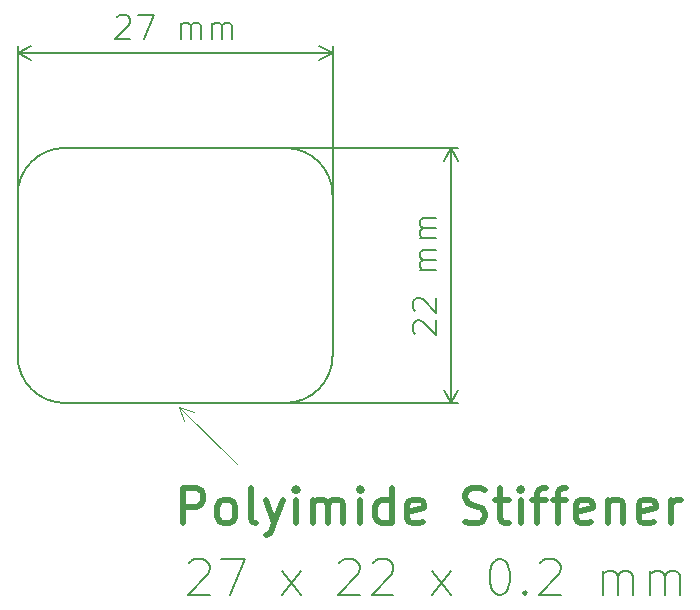
<source format=gbr>
%TF.GenerationSoftware,KiCad,Pcbnew,7.0.6*%
%TF.CreationDate,2023-10-24T13:48:36+00:00*%
%TF.ProjectId,HeatedBedFoil,48656174-6564-4426-9564-466f696c2e6b,rev?*%
%TF.SameCoordinates,Original*%
%TF.FileFunction,Other,User*%
%FSLAX46Y46*%
G04 Gerber Fmt 4.6, Leading zero omitted, Abs format (unit mm)*
G04 Created by KiCad (PCBNEW 7.0.6) date 2023-10-24 13:48:36*
%MOMM*%
%LPD*%
G01*
G04 APERTURE LIST*
%ADD10C,0.150000*%
%ADD11C,0.500000*%
%ADD12C,0.100000*%
G04 APERTURE END LIST*
D10*
X181370112Y-75610771D02*
X181512969Y-75467914D01*
X181512969Y-75467914D02*
X181798684Y-75325057D01*
X181798684Y-75325057D02*
X182512969Y-75325057D01*
X182512969Y-75325057D02*
X182798684Y-75467914D01*
X182798684Y-75467914D02*
X182941541Y-75610771D01*
X182941541Y-75610771D02*
X183084398Y-75896485D01*
X183084398Y-75896485D02*
X183084398Y-76182200D01*
X183084398Y-76182200D02*
X182941541Y-76610771D01*
X182941541Y-76610771D02*
X181227255Y-78325057D01*
X181227255Y-78325057D02*
X183084398Y-78325057D01*
X184084398Y-75325057D02*
X186084398Y-75325057D01*
X186084398Y-75325057D02*
X184798684Y-78325057D01*
X189227255Y-78325057D02*
X190798684Y-76325057D01*
X189227255Y-76325057D02*
X190798684Y-78325057D01*
X194084397Y-75610771D02*
X194227254Y-75467914D01*
X194227254Y-75467914D02*
X194512969Y-75325057D01*
X194512969Y-75325057D02*
X195227254Y-75325057D01*
X195227254Y-75325057D02*
X195512969Y-75467914D01*
X195512969Y-75467914D02*
X195655826Y-75610771D01*
X195655826Y-75610771D02*
X195798683Y-75896485D01*
X195798683Y-75896485D02*
X195798683Y-76182200D01*
X195798683Y-76182200D02*
X195655826Y-76610771D01*
X195655826Y-76610771D02*
X193941540Y-78325057D01*
X193941540Y-78325057D02*
X195798683Y-78325057D01*
X196941540Y-75610771D02*
X197084397Y-75467914D01*
X197084397Y-75467914D02*
X197370112Y-75325057D01*
X197370112Y-75325057D02*
X198084397Y-75325057D01*
X198084397Y-75325057D02*
X198370112Y-75467914D01*
X198370112Y-75467914D02*
X198512969Y-75610771D01*
X198512969Y-75610771D02*
X198655826Y-75896485D01*
X198655826Y-75896485D02*
X198655826Y-76182200D01*
X198655826Y-76182200D02*
X198512969Y-76610771D01*
X198512969Y-76610771D02*
X196798683Y-78325057D01*
X196798683Y-78325057D02*
X198655826Y-78325057D01*
X201941540Y-78325057D02*
X203512969Y-76325057D01*
X201941540Y-76325057D02*
X203512969Y-78325057D01*
X207512968Y-75325057D02*
X207798682Y-75325057D01*
X207798682Y-75325057D02*
X208084396Y-75467914D01*
X208084396Y-75467914D02*
X208227254Y-75610771D01*
X208227254Y-75610771D02*
X208370111Y-75896485D01*
X208370111Y-75896485D02*
X208512968Y-76467914D01*
X208512968Y-76467914D02*
X208512968Y-77182200D01*
X208512968Y-77182200D02*
X208370111Y-77753628D01*
X208370111Y-77753628D02*
X208227254Y-78039342D01*
X208227254Y-78039342D02*
X208084396Y-78182200D01*
X208084396Y-78182200D02*
X207798682Y-78325057D01*
X207798682Y-78325057D02*
X207512968Y-78325057D01*
X207512968Y-78325057D02*
X207227254Y-78182200D01*
X207227254Y-78182200D02*
X207084396Y-78039342D01*
X207084396Y-78039342D02*
X206941539Y-77753628D01*
X206941539Y-77753628D02*
X206798682Y-77182200D01*
X206798682Y-77182200D02*
X206798682Y-76467914D01*
X206798682Y-76467914D02*
X206941539Y-75896485D01*
X206941539Y-75896485D02*
X207084396Y-75610771D01*
X207084396Y-75610771D02*
X207227254Y-75467914D01*
X207227254Y-75467914D02*
X207512968Y-75325057D01*
X209798682Y-78039342D02*
X209941539Y-78182200D01*
X209941539Y-78182200D02*
X209798682Y-78325057D01*
X209798682Y-78325057D02*
X209655825Y-78182200D01*
X209655825Y-78182200D02*
X209798682Y-78039342D01*
X209798682Y-78039342D02*
X209798682Y-78325057D01*
X211084396Y-75610771D02*
X211227253Y-75467914D01*
X211227253Y-75467914D02*
X211512968Y-75325057D01*
X211512968Y-75325057D02*
X212227253Y-75325057D01*
X212227253Y-75325057D02*
X212512968Y-75467914D01*
X212512968Y-75467914D02*
X212655825Y-75610771D01*
X212655825Y-75610771D02*
X212798682Y-75896485D01*
X212798682Y-75896485D02*
X212798682Y-76182200D01*
X212798682Y-76182200D02*
X212655825Y-76610771D01*
X212655825Y-76610771D02*
X210941539Y-78325057D01*
X210941539Y-78325057D02*
X212798682Y-78325057D01*
X216370110Y-78325057D02*
X216370110Y-76325057D01*
X216370110Y-76610771D02*
X216512967Y-76467914D01*
X216512967Y-76467914D02*
X216798682Y-76325057D01*
X216798682Y-76325057D02*
X217227253Y-76325057D01*
X217227253Y-76325057D02*
X217512967Y-76467914D01*
X217512967Y-76467914D02*
X217655825Y-76753628D01*
X217655825Y-76753628D02*
X217655825Y-78325057D01*
X217655825Y-76753628D02*
X217798682Y-76467914D01*
X217798682Y-76467914D02*
X218084396Y-76325057D01*
X218084396Y-76325057D02*
X218512967Y-76325057D01*
X218512967Y-76325057D02*
X218798682Y-76467914D01*
X218798682Y-76467914D02*
X218941539Y-76753628D01*
X218941539Y-76753628D02*
X218941539Y-78325057D01*
X220370110Y-78325057D02*
X220370110Y-76325057D01*
X220370110Y-76610771D02*
X220512967Y-76467914D01*
X220512967Y-76467914D02*
X220798682Y-76325057D01*
X220798682Y-76325057D02*
X221227253Y-76325057D01*
X221227253Y-76325057D02*
X221512967Y-76467914D01*
X221512967Y-76467914D02*
X221655825Y-76753628D01*
X221655825Y-76753628D02*
X221655825Y-78325057D01*
X221655825Y-76753628D02*
X221798682Y-76467914D01*
X221798682Y-76467914D02*
X222084396Y-76325057D01*
X222084396Y-76325057D02*
X222512967Y-76325057D01*
X222512967Y-76325057D02*
X222798682Y-76467914D01*
X222798682Y-76467914D02*
X222941539Y-76753628D01*
X222941539Y-76753628D02*
X222941539Y-78325057D01*
X200457914Y-56257381D02*
X200362676Y-56162143D01*
X200362676Y-56162143D02*
X200267438Y-55971667D01*
X200267438Y-55971667D02*
X200267438Y-55495476D01*
X200267438Y-55495476D02*
X200362676Y-55305000D01*
X200362676Y-55305000D02*
X200457914Y-55209762D01*
X200457914Y-55209762D02*
X200648390Y-55114524D01*
X200648390Y-55114524D02*
X200838866Y-55114524D01*
X200838866Y-55114524D02*
X201124580Y-55209762D01*
X201124580Y-55209762D02*
X202267438Y-56352619D01*
X202267438Y-56352619D02*
X202267438Y-55114524D01*
X200457914Y-54352619D02*
X200362676Y-54257381D01*
X200362676Y-54257381D02*
X200267438Y-54066905D01*
X200267438Y-54066905D02*
X200267438Y-53590714D01*
X200267438Y-53590714D02*
X200362676Y-53400238D01*
X200362676Y-53400238D02*
X200457914Y-53305000D01*
X200457914Y-53305000D02*
X200648390Y-53209762D01*
X200648390Y-53209762D02*
X200838866Y-53209762D01*
X200838866Y-53209762D02*
X201124580Y-53305000D01*
X201124580Y-53305000D02*
X202267438Y-54447857D01*
X202267438Y-54447857D02*
X202267438Y-53209762D01*
X202267438Y-50828809D02*
X200934104Y-50828809D01*
X201124580Y-50828809D02*
X201029342Y-50733571D01*
X201029342Y-50733571D02*
X200934104Y-50543095D01*
X200934104Y-50543095D02*
X200934104Y-50257380D01*
X200934104Y-50257380D02*
X201029342Y-50066904D01*
X201029342Y-50066904D02*
X201219819Y-49971666D01*
X201219819Y-49971666D02*
X202267438Y-49971666D01*
X201219819Y-49971666D02*
X201029342Y-49876428D01*
X201029342Y-49876428D02*
X200934104Y-49685952D01*
X200934104Y-49685952D02*
X200934104Y-49400238D01*
X200934104Y-49400238D02*
X201029342Y-49209761D01*
X201029342Y-49209761D02*
X201219819Y-49114523D01*
X201219819Y-49114523D02*
X202267438Y-49114523D01*
X202267438Y-48162142D02*
X200934104Y-48162142D01*
X201124580Y-48162142D02*
X201029342Y-48066904D01*
X201029342Y-48066904D02*
X200934104Y-47876428D01*
X200934104Y-47876428D02*
X200934104Y-47590713D01*
X200934104Y-47590713D02*
X201029342Y-47400237D01*
X201029342Y-47400237D02*
X201219819Y-47304999D01*
X201219819Y-47304999D02*
X202267438Y-47304999D01*
X201219819Y-47304999D02*
X201029342Y-47209761D01*
X201029342Y-47209761D02*
X200934104Y-47019285D01*
X200934104Y-47019285D02*
X200934104Y-46733571D01*
X200934104Y-46733571D02*
X201029342Y-46543094D01*
X201029342Y-46543094D02*
X201219819Y-46447856D01*
X201219819Y-46447856D02*
X202267438Y-46447856D01*
X180665000Y-40510000D02*
X204086420Y-40510000D01*
X180665000Y-62100000D02*
X204086420Y-62100000D01*
X203500000Y-40510000D02*
X203500000Y-62100000D01*
X203500000Y-40510000D02*
X203500000Y-62100000D01*
X203500000Y-40510000D02*
X204086421Y-41636504D01*
X203500000Y-40510000D02*
X202913579Y-41636504D01*
X203500000Y-62100000D02*
X202913579Y-60973496D01*
X203500000Y-62100000D02*
X204086421Y-60973496D01*
X175212618Y-29457914D02*
X175307856Y-29362676D01*
X175307856Y-29362676D02*
X175498332Y-29267438D01*
X175498332Y-29267438D02*
X175974523Y-29267438D01*
X175974523Y-29267438D02*
X176164999Y-29362676D01*
X176164999Y-29362676D02*
X176260237Y-29457914D01*
X176260237Y-29457914D02*
X176355475Y-29648390D01*
X176355475Y-29648390D02*
X176355475Y-29838866D01*
X176355475Y-29838866D02*
X176260237Y-30124580D01*
X176260237Y-30124580D02*
X175117380Y-31267438D01*
X175117380Y-31267438D02*
X176355475Y-31267438D01*
X177022142Y-29267438D02*
X178355475Y-29267438D01*
X178355475Y-29267438D02*
X177498332Y-31267438D01*
X180641190Y-31267438D02*
X180641190Y-29934104D01*
X180641190Y-30124580D02*
X180736428Y-30029342D01*
X180736428Y-30029342D02*
X180926904Y-29934104D01*
X180926904Y-29934104D02*
X181212619Y-29934104D01*
X181212619Y-29934104D02*
X181403095Y-30029342D01*
X181403095Y-30029342D02*
X181498333Y-30219819D01*
X181498333Y-30219819D02*
X181498333Y-31267438D01*
X181498333Y-30219819D02*
X181593571Y-30029342D01*
X181593571Y-30029342D02*
X181784047Y-29934104D01*
X181784047Y-29934104D02*
X182069761Y-29934104D01*
X182069761Y-29934104D02*
X182260238Y-30029342D01*
X182260238Y-30029342D02*
X182355476Y-30219819D01*
X182355476Y-30219819D02*
X182355476Y-31267438D01*
X183307857Y-31267438D02*
X183307857Y-29934104D01*
X183307857Y-30124580D02*
X183403095Y-30029342D01*
X183403095Y-30029342D02*
X183593571Y-29934104D01*
X183593571Y-29934104D02*
X183879286Y-29934104D01*
X183879286Y-29934104D02*
X184069762Y-30029342D01*
X184069762Y-30029342D02*
X184165000Y-30219819D01*
X184165000Y-30219819D02*
X184165000Y-31267438D01*
X184165000Y-30219819D02*
X184260238Y-30029342D01*
X184260238Y-30029342D02*
X184450714Y-29934104D01*
X184450714Y-29934104D02*
X184736428Y-29934104D01*
X184736428Y-29934104D02*
X184926905Y-30029342D01*
X184926905Y-30029342D02*
X185022143Y-30219819D01*
X185022143Y-30219819D02*
X185022143Y-31267438D01*
X166830000Y-50805000D02*
X166830000Y-31913580D01*
X193500000Y-50805000D02*
X193500000Y-31913580D01*
X166830000Y-32500000D02*
X193500000Y-32500000D01*
X166830000Y-32500000D02*
X193500000Y-32500000D01*
X166830000Y-32500000D02*
X167956504Y-31913579D01*
X166830000Y-32500000D02*
X167956504Y-33086421D01*
X193500000Y-32500000D02*
X192373496Y-33086421D01*
X193500000Y-32500000D02*
X192373496Y-31913579D01*
X193500000Y-44510000D02*
X193500000Y-58100000D01*
X166830000Y-58100000D02*
G75*
G03*
X170830000Y-62100000I4000000J0D01*
G01*
X166830000Y-58100000D02*
X166830000Y-44510000D01*
X189500000Y-62100000D02*
G75*
G03*
X193500000Y-58100000I0J4000000D01*
G01*
X170830000Y-40510000D02*
X189500000Y-40510000D01*
X193500000Y-44510000D02*
G75*
G03*
X189500000Y-40510000I-4000000J0D01*
G01*
X170830000Y-40510000D02*
G75*
G03*
X166830000Y-44510000I0J-4000000D01*
G01*
X189500000Y-62100000D02*
X170830000Y-62100000D01*
D11*
X180842856Y-72296857D02*
X180842856Y-69296857D01*
X180842856Y-69296857D02*
X181985713Y-69296857D01*
X181985713Y-69296857D02*
X182271428Y-69439714D01*
X182271428Y-69439714D02*
X182414285Y-69582571D01*
X182414285Y-69582571D02*
X182557142Y-69868285D01*
X182557142Y-69868285D02*
X182557142Y-70296857D01*
X182557142Y-70296857D02*
X182414285Y-70582571D01*
X182414285Y-70582571D02*
X182271428Y-70725428D01*
X182271428Y-70725428D02*
X181985713Y-70868285D01*
X181985713Y-70868285D02*
X180842856Y-70868285D01*
X184271428Y-72296857D02*
X183985713Y-72154000D01*
X183985713Y-72154000D02*
X183842856Y-72011142D01*
X183842856Y-72011142D02*
X183699999Y-71725428D01*
X183699999Y-71725428D02*
X183699999Y-70868285D01*
X183699999Y-70868285D02*
X183842856Y-70582571D01*
X183842856Y-70582571D02*
X183985713Y-70439714D01*
X183985713Y-70439714D02*
X184271428Y-70296857D01*
X184271428Y-70296857D02*
X184699999Y-70296857D01*
X184699999Y-70296857D02*
X184985713Y-70439714D01*
X184985713Y-70439714D02*
X185128571Y-70582571D01*
X185128571Y-70582571D02*
X185271428Y-70868285D01*
X185271428Y-70868285D02*
X185271428Y-71725428D01*
X185271428Y-71725428D02*
X185128571Y-72011142D01*
X185128571Y-72011142D02*
X184985713Y-72154000D01*
X184985713Y-72154000D02*
X184699999Y-72296857D01*
X184699999Y-72296857D02*
X184271428Y-72296857D01*
X186985714Y-72296857D02*
X186699999Y-72154000D01*
X186699999Y-72154000D02*
X186557142Y-71868285D01*
X186557142Y-71868285D02*
X186557142Y-69296857D01*
X187842857Y-70296857D02*
X188557143Y-72296857D01*
X189271428Y-70296857D02*
X188557143Y-72296857D01*
X188557143Y-72296857D02*
X188271428Y-73011142D01*
X188271428Y-73011142D02*
X188128571Y-73154000D01*
X188128571Y-73154000D02*
X187842857Y-73296857D01*
X190414285Y-72296857D02*
X190414285Y-70296857D01*
X190414285Y-69296857D02*
X190271428Y-69439714D01*
X190271428Y-69439714D02*
X190414285Y-69582571D01*
X190414285Y-69582571D02*
X190557142Y-69439714D01*
X190557142Y-69439714D02*
X190414285Y-69296857D01*
X190414285Y-69296857D02*
X190414285Y-69582571D01*
X191842856Y-72296857D02*
X191842856Y-70296857D01*
X191842856Y-70582571D02*
X191985713Y-70439714D01*
X191985713Y-70439714D02*
X192271428Y-70296857D01*
X192271428Y-70296857D02*
X192699999Y-70296857D01*
X192699999Y-70296857D02*
X192985713Y-70439714D01*
X192985713Y-70439714D02*
X193128571Y-70725428D01*
X193128571Y-70725428D02*
X193128571Y-72296857D01*
X193128571Y-70725428D02*
X193271428Y-70439714D01*
X193271428Y-70439714D02*
X193557142Y-70296857D01*
X193557142Y-70296857D02*
X193985713Y-70296857D01*
X193985713Y-70296857D02*
X194271428Y-70439714D01*
X194271428Y-70439714D02*
X194414285Y-70725428D01*
X194414285Y-70725428D02*
X194414285Y-72296857D01*
X195842856Y-72296857D02*
X195842856Y-70296857D01*
X195842856Y-69296857D02*
X195699999Y-69439714D01*
X195699999Y-69439714D02*
X195842856Y-69582571D01*
X195842856Y-69582571D02*
X195985713Y-69439714D01*
X195985713Y-69439714D02*
X195842856Y-69296857D01*
X195842856Y-69296857D02*
X195842856Y-69582571D01*
X198557142Y-72296857D02*
X198557142Y-69296857D01*
X198557142Y-72154000D02*
X198271427Y-72296857D01*
X198271427Y-72296857D02*
X197699999Y-72296857D01*
X197699999Y-72296857D02*
X197414284Y-72154000D01*
X197414284Y-72154000D02*
X197271427Y-72011142D01*
X197271427Y-72011142D02*
X197128570Y-71725428D01*
X197128570Y-71725428D02*
X197128570Y-70868285D01*
X197128570Y-70868285D02*
X197271427Y-70582571D01*
X197271427Y-70582571D02*
X197414284Y-70439714D01*
X197414284Y-70439714D02*
X197699999Y-70296857D01*
X197699999Y-70296857D02*
X198271427Y-70296857D01*
X198271427Y-70296857D02*
X198557142Y-70439714D01*
X201128570Y-72154000D02*
X200842856Y-72296857D01*
X200842856Y-72296857D02*
X200271428Y-72296857D01*
X200271428Y-72296857D02*
X199985713Y-72154000D01*
X199985713Y-72154000D02*
X199842856Y-71868285D01*
X199842856Y-71868285D02*
X199842856Y-70725428D01*
X199842856Y-70725428D02*
X199985713Y-70439714D01*
X199985713Y-70439714D02*
X200271428Y-70296857D01*
X200271428Y-70296857D02*
X200842856Y-70296857D01*
X200842856Y-70296857D02*
X201128570Y-70439714D01*
X201128570Y-70439714D02*
X201271428Y-70725428D01*
X201271428Y-70725428D02*
X201271428Y-71011142D01*
X201271428Y-71011142D02*
X199842856Y-71296857D01*
X204699999Y-72154000D02*
X205128571Y-72296857D01*
X205128571Y-72296857D02*
X205842856Y-72296857D01*
X205842856Y-72296857D02*
X206128571Y-72154000D01*
X206128571Y-72154000D02*
X206271428Y-72011142D01*
X206271428Y-72011142D02*
X206414285Y-71725428D01*
X206414285Y-71725428D02*
X206414285Y-71439714D01*
X206414285Y-71439714D02*
X206271428Y-71154000D01*
X206271428Y-71154000D02*
X206128571Y-71011142D01*
X206128571Y-71011142D02*
X205842856Y-70868285D01*
X205842856Y-70868285D02*
X205271428Y-70725428D01*
X205271428Y-70725428D02*
X204985713Y-70582571D01*
X204985713Y-70582571D02*
X204842856Y-70439714D01*
X204842856Y-70439714D02*
X204699999Y-70154000D01*
X204699999Y-70154000D02*
X204699999Y-69868285D01*
X204699999Y-69868285D02*
X204842856Y-69582571D01*
X204842856Y-69582571D02*
X204985713Y-69439714D01*
X204985713Y-69439714D02*
X205271428Y-69296857D01*
X205271428Y-69296857D02*
X205985713Y-69296857D01*
X205985713Y-69296857D02*
X206414285Y-69439714D01*
X207271428Y-70296857D02*
X208414285Y-70296857D01*
X207699999Y-69296857D02*
X207699999Y-71868285D01*
X207699999Y-71868285D02*
X207842856Y-72154000D01*
X207842856Y-72154000D02*
X208128571Y-72296857D01*
X208128571Y-72296857D02*
X208414285Y-72296857D01*
X209414285Y-72296857D02*
X209414285Y-70296857D01*
X209414285Y-69296857D02*
X209271428Y-69439714D01*
X209271428Y-69439714D02*
X209414285Y-69582571D01*
X209414285Y-69582571D02*
X209557142Y-69439714D01*
X209557142Y-69439714D02*
X209414285Y-69296857D01*
X209414285Y-69296857D02*
X209414285Y-69582571D01*
X210414285Y-70296857D02*
X211557142Y-70296857D01*
X210842856Y-72296857D02*
X210842856Y-69725428D01*
X210842856Y-69725428D02*
X210985713Y-69439714D01*
X210985713Y-69439714D02*
X211271428Y-69296857D01*
X211271428Y-69296857D02*
X211557142Y-69296857D01*
X212128571Y-70296857D02*
X213271428Y-70296857D01*
X212557142Y-72296857D02*
X212557142Y-69725428D01*
X212557142Y-69725428D02*
X212699999Y-69439714D01*
X212699999Y-69439714D02*
X212985714Y-69296857D01*
X212985714Y-69296857D02*
X213271428Y-69296857D01*
X215414285Y-72154000D02*
X215128571Y-72296857D01*
X215128571Y-72296857D02*
X214557143Y-72296857D01*
X214557143Y-72296857D02*
X214271428Y-72154000D01*
X214271428Y-72154000D02*
X214128571Y-71868285D01*
X214128571Y-71868285D02*
X214128571Y-70725428D01*
X214128571Y-70725428D02*
X214271428Y-70439714D01*
X214271428Y-70439714D02*
X214557143Y-70296857D01*
X214557143Y-70296857D02*
X215128571Y-70296857D01*
X215128571Y-70296857D02*
X215414285Y-70439714D01*
X215414285Y-70439714D02*
X215557143Y-70725428D01*
X215557143Y-70725428D02*
X215557143Y-71011142D01*
X215557143Y-71011142D02*
X214128571Y-71296857D01*
X216842857Y-70296857D02*
X216842857Y-72296857D01*
X216842857Y-70582571D02*
X216985714Y-70439714D01*
X216985714Y-70439714D02*
X217271429Y-70296857D01*
X217271429Y-70296857D02*
X217700000Y-70296857D01*
X217700000Y-70296857D02*
X217985714Y-70439714D01*
X217985714Y-70439714D02*
X218128572Y-70725428D01*
X218128572Y-70725428D02*
X218128572Y-72296857D01*
X220700000Y-72154000D02*
X220414286Y-72296857D01*
X220414286Y-72296857D02*
X219842858Y-72296857D01*
X219842858Y-72296857D02*
X219557143Y-72154000D01*
X219557143Y-72154000D02*
X219414286Y-71868285D01*
X219414286Y-71868285D02*
X219414286Y-70725428D01*
X219414286Y-70725428D02*
X219557143Y-70439714D01*
X219557143Y-70439714D02*
X219842858Y-70296857D01*
X219842858Y-70296857D02*
X220414286Y-70296857D01*
X220414286Y-70296857D02*
X220700000Y-70439714D01*
X220700000Y-70439714D02*
X220842858Y-70725428D01*
X220842858Y-70725428D02*
X220842858Y-71011142D01*
X220842858Y-71011142D02*
X219414286Y-71296857D01*
X222128572Y-72296857D02*
X222128572Y-70296857D01*
X222128572Y-70868285D02*
X222271429Y-70582571D01*
X222271429Y-70582571D02*
X222414287Y-70439714D01*
X222414287Y-70439714D02*
X222700001Y-70296857D01*
X222700001Y-70296857D02*
X222985715Y-70296857D01*
D12*
X180518553Y-62453553D02*
X185367500Y-67302500D01*
X180518553Y-62453553D02*
X181729774Y-62835449D01*
X180518553Y-62453553D02*
X180900449Y-63664774D01*
X180518553Y-62453553D02*
X185367500Y-67302500D01*
X180518553Y-62453553D02*
X181729774Y-62835449D01*
X180518553Y-62453553D02*
X180900449Y-63664774D01*
M02*

</source>
